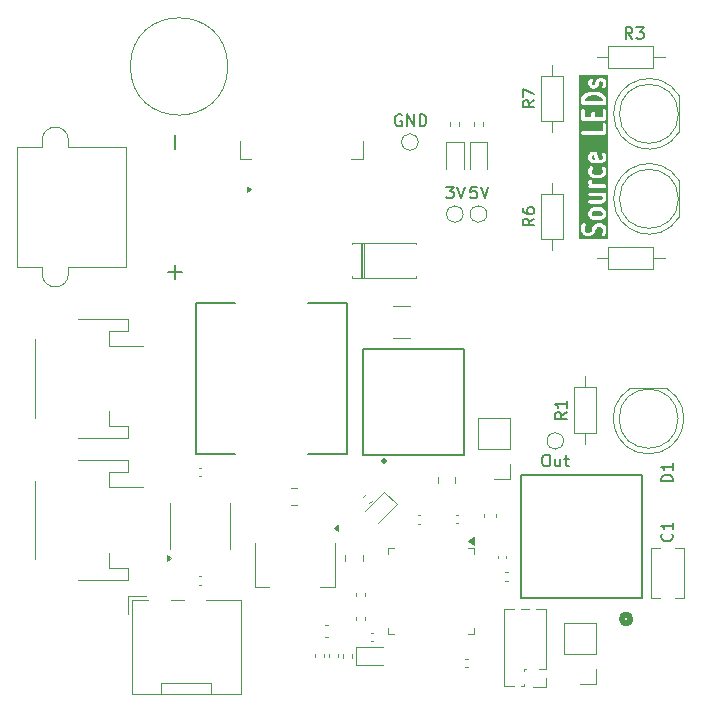
<source format=gbr>
%TF.GenerationSoftware,KiCad,Pcbnew,8.0.8*%
%TF.CreationDate,2025-02-05T17:12:45-05:00*%
%TF.ProjectId,Spectrometer V1.0,53706563-7472-46f6-9d65-746572205631,rev?*%
%TF.SameCoordinates,Original*%
%TF.FileFunction,Legend,Top*%
%TF.FilePolarity,Positive*%
%FSLAX46Y46*%
G04 Gerber Fmt 4.6, Leading zero omitted, Abs format (unit mm)*
G04 Created by KiCad (PCBNEW 8.0.8) date 2025-02-05 17:12:45*
%MOMM*%
%LPD*%
G01*
G04 APERTURE LIST*
%ADD10C,0.200000*%
%ADD11C,0.300000*%
%ADD12C,0.150000*%
%ADD13C,0.120000*%
%ADD14C,0.250000*%
%ADD15C,0.152400*%
%ADD16C,0.508000*%
G04 APERTURE END LIST*
D10*
X127493482Y-84714838D02*
X127398244Y-84667219D01*
X127398244Y-84667219D02*
X127255387Y-84667219D01*
X127255387Y-84667219D02*
X127112530Y-84714838D01*
X127112530Y-84714838D02*
X127017292Y-84810076D01*
X127017292Y-84810076D02*
X126969673Y-84905314D01*
X126969673Y-84905314D02*
X126922054Y-85095790D01*
X126922054Y-85095790D02*
X126922054Y-85238647D01*
X126922054Y-85238647D02*
X126969673Y-85429123D01*
X126969673Y-85429123D02*
X127017292Y-85524361D01*
X127017292Y-85524361D02*
X127112530Y-85619600D01*
X127112530Y-85619600D02*
X127255387Y-85667219D01*
X127255387Y-85667219D02*
X127350625Y-85667219D01*
X127350625Y-85667219D02*
X127493482Y-85619600D01*
X127493482Y-85619600D02*
X127541101Y-85571980D01*
X127541101Y-85571980D02*
X127541101Y-85238647D01*
X127541101Y-85238647D02*
X127350625Y-85238647D01*
X127969673Y-85667219D02*
X127969673Y-84667219D01*
X127969673Y-84667219D02*
X128541101Y-85667219D01*
X128541101Y-85667219D02*
X128541101Y-84667219D01*
X129017292Y-85667219D02*
X129017292Y-84667219D01*
X129017292Y-84667219D02*
X129255387Y-84667219D01*
X129255387Y-84667219D02*
X129398244Y-84714838D01*
X129398244Y-84714838D02*
X129493482Y-84810076D01*
X129493482Y-84810076D02*
X129541101Y-84905314D01*
X129541101Y-84905314D02*
X129588720Y-85095790D01*
X129588720Y-85095790D02*
X129588720Y-85238647D01*
X129588720Y-85238647D02*
X129541101Y-85429123D01*
X129541101Y-85429123D02*
X129493482Y-85524361D01*
X129493482Y-85524361D02*
X129398244Y-85619600D01*
X129398244Y-85619600D02*
X129255387Y-85667219D01*
X129255387Y-85667219D02*
X129017292Y-85667219D01*
X139660149Y-113467219D02*
X139850625Y-113467219D01*
X139850625Y-113467219D02*
X139945863Y-113514838D01*
X139945863Y-113514838D02*
X140041101Y-113610076D01*
X140041101Y-113610076D02*
X140088720Y-113800552D01*
X140088720Y-113800552D02*
X140088720Y-114133885D01*
X140088720Y-114133885D02*
X140041101Y-114324361D01*
X140041101Y-114324361D02*
X139945863Y-114419600D01*
X139945863Y-114419600D02*
X139850625Y-114467219D01*
X139850625Y-114467219D02*
X139660149Y-114467219D01*
X139660149Y-114467219D02*
X139564911Y-114419600D01*
X139564911Y-114419600D02*
X139469673Y-114324361D01*
X139469673Y-114324361D02*
X139422054Y-114133885D01*
X139422054Y-114133885D02*
X139422054Y-113800552D01*
X139422054Y-113800552D02*
X139469673Y-113610076D01*
X139469673Y-113610076D02*
X139564911Y-113514838D01*
X139564911Y-113514838D02*
X139660149Y-113467219D01*
X140945863Y-113800552D02*
X140945863Y-114467219D01*
X140517292Y-113800552D02*
X140517292Y-114324361D01*
X140517292Y-114324361D02*
X140564911Y-114419600D01*
X140564911Y-114419600D02*
X140660149Y-114467219D01*
X140660149Y-114467219D02*
X140803006Y-114467219D01*
X140803006Y-114467219D02*
X140898244Y-114419600D01*
X140898244Y-114419600D02*
X140945863Y-114371980D01*
X141279197Y-113800552D02*
X141660149Y-113800552D01*
X141422054Y-113467219D02*
X141422054Y-114324361D01*
X141422054Y-114324361D02*
X141469673Y-114419600D01*
X141469673Y-114419600D02*
X141564911Y-114467219D01*
X141564911Y-114467219D02*
X141660149Y-114467219D01*
X133845863Y-90767219D02*
X133369673Y-90767219D01*
X133369673Y-90767219D02*
X133322054Y-91243409D01*
X133322054Y-91243409D02*
X133369673Y-91195790D01*
X133369673Y-91195790D02*
X133464911Y-91148171D01*
X133464911Y-91148171D02*
X133703006Y-91148171D01*
X133703006Y-91148171D02*
X133798244Y-91195790D01*
X133798244Y-91195790D02*
X133845863Y-91243409D01*
X133845863Y-91243409D02*
X133893482Y-91338647D01*
X133893482Y-91338647D02*
X133893482Y-91576742D01*
X133893482Y-91576742D02*
X133845863Y-91671980D01*
X133845863Y-91671980D02*
X133798244Y-91719600D01*
X133798244Y-91719600D02*
X133703006Y-91767219D01*
X133703006Y-91767219D02*
X133464911Y-91767219D01*
X133464911Y-91767219D02*
X133369673Y-91719600D01*
X133369673Y-91719600D02*
X133322054Y-91671980D01*
X134179197Y-90767219D02*
X134512530Y-91767219D01*
X134512530Y-91767219D02*
X134845863Y-90767219D01*
X131274435Y-90767219D02*
X131893482Y-90767219D01*
X131893482Y-90767219D02*
X131560149Y-91148171D01*
X131560149Y-91148171D02*
X131703006Y-91148171D01*
X131703006Y-91148171D02*
X131798244Y-91195790D01*
X131798244Y-91195790D02*
X131845863Y-91243409D01*
X131845863Y-91243409D02*
X131893482Y-91338647D01*
X131893482Y-91338647D02*
X131893482Y-91576742D01*
X131893482Y-91576742D02*
X131845863Y-91671980D01*
X131845863Y-91671980D02*
X131798244Y-91719600D01*
X131798244Y-91719600D02*
X131703006Y-91767219D01*
X131703006Y-91767219D02*
X131417292Y-91767219D01*
X131417292Y-91767219D02*
X131322054Y-91719600D01*
X131322054Y-91719600D02*
X131274435Y-91671980D01*
X132179197Y-90767219D02*
X132512530Y-91767219D01*
X132512530Y-91767219D02*
X132845863Y-90767219D01*
D11*
G36*
X144405573Y-92879415D02*
G01*
X144454097Y-92918773D01*
X144504114Y-92999912D01*
X144504114Y-93123446D01*
X144454097Y-93204585D01*
X144405575Y-93243941D01*
X144281996Y-93294060D01*
X143826230Y-93294060D01*
X143702651Y-93243941D01*
X143654131Y-93204585D01*
X143604114Y-93123446D01*
X143604114Y-92999912D01*
X143654131Y-92918772D01*
X143702653Y-92879415D01*
X143826230Y-92829298D01*
X144281996Y-92829298D01*
X144405573Y-92879415D01*
G37*
G36*
X143862635Y-88496917D02*
G01*
X143740516Y-88496917D01*
X143641733Y-88456854D01*
X143604114Y-88395827D01*
X143604114Y-88202769D01*
X143641734Y-88141740D01*
X143740516Y-88101679D01*
X143765179Y-88101679D01*
X143862635Y-88496917D01*
G37*
G36*
X144182078Y-83090204D02*
G01*
X144319861Y-83146082D01*
X144444199Y-83246934D01*
X144504114Y-83392727D01*
X144504114Y-83560726D01*
X143004114Y-83560726D01*
X143004114Y-83392727D01*
X143064028Y-83246933D01*
X143188366Y-83146082D01*
X143326149Y-83090204D01*
X143640597Y-83026441D01*
X143867630Y-83026441D01*
X144182078Y-83090204D01*
G37*
G36*
X145004114Y-95184536D02*
G01*
X142504114Y-95184536D01*
X142504114Y-94208822D01*
X142704114Y-94208822D01*
X142704114Y-94556441D01*
X142706996Y-94585705D01*
X142711606Y-94596834D01*
X142713522Y-94608729D01*
X142726425Y-94635153D01*
X142812139Y-94774201D01*
X142822599Y-94787943D01*
X142824425Y-94791313D01*
X142827408Y-94794262D01*
X142829949Y-94797600D01*
X142833054Y-94799843D01*
X142845337Y-94811986D01*
X142931051Y-94881509D01*
X142940473Y-94887726D01*
X142943133Y-94890347D01*
X142949550Y-94893716D01*
X142955595Y-94897705D01*
X142959170Y-94898767D01*
X142969168Y-94904016D01*
X143140598Y-94973540D01*
X143166784Y-94981271D01*
X143167707Y-94981654D01*
X143168264Y-94981708D01*
X143168800Y-94981867D01*
X143169794Y-94981859D01*
X143196971Y-94984536D01*
X143368400Y-94984536D01*
X143395576Y-94981859D01*
X143396572Y-94981867D01*
X143397107Y-94981708D01*
X143397664Y-94981654D01*
X143398583Y-94981272D01*
X143424774Y-94973540D01*
X143596202Y-94904015D01*
X143606194Y-94898769D01*
X143609776Y-94897705D01*
X143615827Y-94893711D01*
X143622238Y-94890346D01*
X143624895Y-94887727D01*
X143634319Y-94881509D01*
X143720033Y-94811985D01*
X143732314Y-94799844D01*
X143735421Y-94797600D01*
X143737961Y-94794262D01*
X143740945Y-94791313D01*
X143742771Y-94787943D01*
X143753230Y-94774202D01*
X143838945Y-94635154D01*
X143841611Y-94629692D01*
X143843229Y-94627740D01*
X143847271Y-94618102D01*
X143851848Y-94608730D01*
X143852250Y-94606231D01*
X143854603Y-94600623D01*
X143934687Y-94340790D01*
X143996988Y-94239725D01*
X144045509Y-94200368D01*
X144169087Y-94150251D01*
X144281998Y-94150251D01*
X144405573Y-94200367D01*
X144454097Y-94239725D01*
X144504114Y-94320864D01*
X144504114Y-94596344D01*
X144429659Y-94777519D01*
X144421201Y-94805682D01*
X144421364Y-94864209D01*
X144443912Y-94918218D01*
X144485411Y-94959488D01*
X144539546Y-94981735D01*
X144598073Y-94981572D01*
X144652082Y-94959024D01*
X144693352Y-94917525D01*
X144707141Y-94891553D01*
X144792855Y-94682982D01*
X144801078Y-94655598D01*
X144801232Y-94655229D01*
X144801252Y-94655020D01*
X144801313Y-94654819D01*
X144801311Y-94654417D01*
X144804114Y-94625965D01*
X144804114Y-94278346D01*
X144801232Y-94249082D01*
X144796621Y-94237952D01*
X144794706Y-94226058D01*
X144781803Y-94199634D01*
X144696089Y-94060586D01*
X144685629Y-94046843D01*
X144683803Y-94043474D01*
X144680819Y-94040524D01*
X144678279Y-94037187D01*
X144675172Y-94034942D01*
X144662891Y-94022802D01*
X144577176Y-93953277D01*
X144567752Y-93947058D01*
X144565094Y-93944439D01*
X144558681Y-93941072D01*
X144552633Y-93937081D01*
X144549053Y-93936017D01*
X144539058Y-93930770D01*
X144367630Y-93861247D01*
X144341443Y-93853515D01*
X144340521Y-93853133D01*
X144339963Y-93853078D01*
X144339428Y-93852920D01*
X144338433Y-93852927D01*
X144311257Y-93850251D01*
X144139828Y-93850251D01*
X144112651Y-93852927D01*
X144111656Y-93852920D01*
X144111120Y-93853078D01*
X144110564Y-93853133D01*
X144109643Y-93853514D01*
X144083455Y-93861247D01*
X143912027Y-93930770D01*
X143902031Y-93936017D01*
X143898452Y-93937081D01*
X143892403Y-93941072D01*
X143885991Y-93944439D01*
X143883332Y-93947058D01*
X143873909Y-93953277D01*
X143788194Y-94022801D01*
X143775911Y-94034943D01*
X143772806Y-94037187D01*
X143770265Y-94040524D01*
X143767282Y-94043474D01*
X143765455Y-94046843D01*
X143754996Y-94060586D01*
X143669282Y-94199634D01*
X143666615Y-94205095D01*
X143664999Y-94207047D01*
X143660959Y-94216677D01*
X143656379Y-94226058D01*
X143655976Y-94228558D01*
X143653625Y-94234164D01*
X143573539Y-94493997D01*
X143511240Y-94595060D01*
X143462716Y-94634418D01*
X143339139Y-94684536D01*
X143226230Y-94684536D01*
X143102651Y-94634417D01*
X143054131Y-94595061D01*
X143004114Y-94513922D01*
X143004114Y-94238442D01*
X143078569Y-94057268D01*
X143087027Y-94029105D01*
X143086864Y-93970577D01*
X143064317Y-93916569D01*
X143022817Y-93875299D01*
X142968682Y-93853052D01*
X142910155Y-93853215D01*
X142856147Y-93875762D01*
X142814876Y-93917262D01*
X142801087Y-93943234D01*
X142715373Y-94151805D01*
X142707149Y-94179188D01*
X142706996Y-94179558D01*
X142706975Y-94179766D01*
X142706915Y-94179968D01*
X142706916Y-94180369D01*
X142704114Y-94208822D01*
X142504114Y-94208822D01*
X142504114Y-92957394D01*
X143304114Y-92957394D01*
X143304114Y-93165965D01*
X143306996Y-93195229D01*
X143311606Y-93206358D01*
X143313522Y-93218253D01*
X143326425Y-93244677D01*
X143412139Y-93383725D01*
X143422599Y-93397467D01*
X143424425Y-93400837D01*
X143427408Y-93403786D01*
X143429949Y-93407124D01*
X143433054Y-93409367D01*
X143445337Y-93421510D01*
X143531051Y-93491033D01*
X143540473Y-93497250D01*
X143543133Y-93499871D01*
X143549550Y-93503240D01*
X143555595Y-93507229D01*
X143559170Y-93508291D01*
X143569168Y-93513540D01*
X143740598Y-93583064D01*
X143766784Y-93590795D01*
X143767707Y-93591178D01*
X143768264Y-93591232D01*
X143768800Y-93591391D01*
X143769794Y-93591383D01*
X143796971Y-93594060D01*
X144311257Y-93594060D01*
X144338433Y-93591383D01*
X144339429Y-93591391D01*
X144339964Y-93591232D01*
X144340521Y-93591178D01*
X144341440Y-93590796D01*
X144367631Y-93583064D01*
X144539059Y-93513539D01*
X144549052Y-93508292D01*
X144552632Y-93507229D01*
X144558680Y-93503237D01*
X144565095Y-93499870D01*
X144567754Y-93497249D01*
X144577175Y-93491033D01*
X144662890Y-93421510D01*
X144675172Y-93409368D01*
X144678279Y-93407124D01*
X144680819Y-93403786D01*
X144683802Y-93400838D01*
X144685627Y-93397469D01*
X144696089Y-93383725D01*
X144781803Y-93244677D01*
X144794706Y-93218253D01*
X144796621Y-93206358D01*
X144801232Y-93195229D01*
X144804114Y-93165965D01*
X144804114Y-92957394D01*
X144801232Y-92928130D01*
X144796621Y-92917000D01*
X144794706Y-92905106D01*
X144781803Y-92878682D01*
X144696089Y-92739634D01*
X144685629Y-92725891D01*
X144683803Y-92722522D01*
X144680819Y-92719572D01*
X144678279Y-92716235D01*
X144675172Y-92713990D01*
X144662891Y-92701850D01*
X144577176Y-92632325D01*
X144567752Y-92626106D01*
X144565095Y-92623488D01*
X144558684Y-92620122D01*
X144552633Y-92616129D01*
X144549051Y-92615064D01*
X144539059Y-92609819D01*
X144367631Y-92540294D01*
X144341440Y-92532561D01*
X144340521Y-92532180D01*
X144339964Y-92532125D01*
X144339429Y-92531967D01*
X144338433Y-92531974D01*
X144311257Y-92529298D01*
X143796971Y-92529298D01*
X143769794Y-92531974D01*
X143768800Y-92531967D01*
X143768264Y-92532125D01*
X143767707Y-92532180D01*
X143766784Y-92532562D01*
X143740598Y-92540294D01*
X143569168Y-92609818D01*
X143559169Y-92615067D01*
X143555593Y-92616130D01*
X143549549Y-92620118D01*
X143543133Y-92623487D01*
X143540473Y-92626107D01*
X143531050Y-92632326D01*
X143445336Y-92701850D01*
X143433054Y-92713991D01*
X143429949Y-92716235D01*
X143427408Y-92719572D01*
X143424424Y-92722523D01*
X143422597Y-92725893D01*
X143412139Y-92739634D01*
X143326425Y-92878682D01*
X143313522Y-92905106D01*
X143311606Y-92917000D01*
X143306996Y-92928130D01*
X143304114Y-92957394D01*
X142504114Y-92957394D01*
X142504114Y-91398606D01*
X143306996Y-91398606D01*
X143306996Y-91457134D01*
X143329394Y-91511206D01*
X143370778Y-91552590D01*
X143424850Y-91574988D01*
X143454114Y-91577870D01*
X144429499Y-91577870D01*
X144454097Y-91597821D01*
X144504114Y-91678960D01*
X144504114Y-91802494D01*
X144466494Y-91863522D01*
X144367712Y-91903584D01*
X143454114Y-91903584D01*
X143424850Y-91906466D01*
X143370778Y-91928864D01*
X143329394Y-91970248D01*
X143306996Y-92024320D01*
X143306996Y-92082848D01*
X143329394Y-92136920D01*
X143370778Y-92178304D01*
X143424850Y-92200702D01*
X143454114Y-92203584D01*
X144396971Y-92203584D01*
X144424147Y-92200907D01*
X144425142Y-92200915D01*
X144425677Y-92200756D01*
X144426235Y-92200702D01*
X144427157Y-92200319D01*
X144453344Y-92192588D01*
X144624773Y-92123065D01*
X144628866Y-92120916D01*
X144630839Y-92120448D01*
X144633713Y-92118371D01*
X144650809Y-92109396D01*
X144663658Y-92096735D01*
X144678279Y-92086172D01*
X144689974Y-92070806D01*
X144692499Y-92068319D01*
X144693288Y-92066452D01*
X144696089Y-92062773D01*
X144781803Y-91923725D01*
X144794706Y-91897301D01*
X144796621Y-91885406D01*
X144801232Y-91874277D01*
X144804114Y-91845013D01*
X144804114Y-91636442D01*
X144801232Y-91607178D01*
X144796621Y-91596048D01*
X144794706Y-91584154D01*
X144781803Y-91557730D01*
X144762928Y-91527111D01*
X144778834Y-91511206D01*
X144801232Y-91457134D01*
X144801232Y-91398606D01*
X144778834Y-91344534D01*
X144737450Y-91303150D01*
X144683378Y-91280752D01*
X144654114Y-91277870D01*
X143454114Y-91277870D01*
X143424850Y-91280752D01*
X143370778Y-91303150D01*
X143329394Y-91344534D01*
X143306996Y-91398606D01*
X142504114Y-91398606D01*
X142504114Y-90315490D01*
X143304114Y-90315490D01*
X143304114Y-90454537D01*
X143306996Y-90483801D01*
X143311606Y-90494930D01*
X143313522Y-90506825D01*
X143326425Y-90533249D01*
X143372109Y-90607360D01*
X143370778Y-90607912D01*
X143329394Y-90649296D01*
X143306996Y-90703368D01*
X143306996Y-90761896D01*
X143329394Y-90815968D01*
X143370778Y-90857352D01*
X143424850Y-90879750D01*
X143454114Y-90882632D01*
X144654114Y-90882632D01*
X144683378Y-90879750D01*
X144737450Y-90857352D01*
X144778834Y-90815968D01*
X144801232Y-90761896D01*
X144801232Y-90703368D01*
X144778834Y-90649296D01*
X144737450Y-90607912D01*
X144683378Y-90585514D01*
X144654114Y-90582632D01*
X143826230Y-90582632D01*
X143702653Y-90532515D01*
X143654131Y-90493158D01*
X143604114Y-90412018D01*
X143604114Y-90315490D01*
X143601232Y-90286226D01*
X143578834Y-90232154D01*
X143537450Y-90190770D01*
X143483378Y-90168372D01*
X143424850Y-90168372D01*
X143370778Y-90190770D01*
X143329394Y-90232154D01*
X143306996Y-90286226D01*
X143304114Y-90315490D01*
X142504114Y-90315490D01*
X142504114Y-89342156D01*
X143304114Y-89342156D01*
X143304114Y-89620251D01*
X143306996Y-89649515D01*
X143311606Y-89660644D01*
X143313522Y-89672539D01*
X143326425Y-89698963D01*
X143412139Y-89838011D01*
X143422599Y-89851753D01*
X143424425Y-89855123D01*
X143427408Y-89858072D01*
X143429949Y-89861410D01*
X143433054Y-89863653D01*
X143445337Y-89875796D01*
X143531051Y-89945319D01*
X143540473Y-89951536D01*
X143543133Y-89954157D01*
X143549550Y-89957526D01*
X143555595Y-89961515D01*
X143559170Y-89962577D01*
X143569168Y-89967826D01*
X143740598Y-90037350D01*
X143766784Y-90045081D01*
X143767707Y-90045464D01*
X143768264Y-90045518D01*
X143768800Y-90045677D01*
X143769794Y-90045669D01*
X143796971Y-90048346D01*
X144311257Y-90048346D01*
X144338433Y-90045669D01*
X144339429Y-90045677D01*
X144339964Y-90045518D01*
X144340521Y-90045464D01*
X144341440Y-90045082D01*
X144367631Y-90037350D01*
X144539059Y-89967825D01*
X144549052Y-89962578D01*
X144552632Y-89961515D01*
X144558680Y-89957523D01*
X144565095Y-89954156D01*
X144567754Y-89951535D01*
X144577175Y-89945319D01*
X144662890Y-89875796D01*
X144675172Y-89863654D01*
X144678279Y-89861410D01*
X144680819Y-89858072D01*
X144683802Y-89855124D01*
X144685627Y-89851755D01*
X144696089Y-89838011D01*
X144781803Y-89698963D01*
X144794706Y-89672539D01*
X144796621Y-89660644D01*
X144801232Y-89649515D01*
X144804114Y-89620251D01*
X144804114Y-89342156D01*
X144801232Y-89312892D01*
X144796621Y-89301762D01*
X144794706Y-89289868D01*
X144781803Y-89263444D01*
X144696089Y-89124396D01*
X144678279Y-89100997D01*
X144630839Y-89066721D01*
X144573894Y-89053209D01*
X144516112Y-89062516D01*
X144466289Y-89093229D01*
X144432013Y-89140669D01*
X144418501Y-89197614D01*
X144427808Y-89255396D01*
X144440711Y-89281820D01*
X144504114Y-89384674D01*
X144504114Y-89577732D01*
X144454097Y-89658871D01*
X144405575Y-89698227D01*
X144281996Y-89748346D01*
X143826230Y-89748346D01*
X143702651Y-89698227D01*
X143654131Y-89658871D01*
X143604114Y-89577732D01*
X143604114Y-89384674D01*
X143667517Y-89281820D01*
X143680420Y-89255396D01*
X143689727Y-89197614D01*
X143676215Y-89140669D01*
X143641939Y-89093229D01*
X143592116Y-89062516D01*
X143534334Y-89053209D01*
X143477389Y-89066721D01*
X143429949Y-89100997D01*
X143412139Y-89124396D01*
X143326425Y-89263444D01*
X143313522Y-89289868D01*
X143311606Y-89301762D01*
X143306996Y-89312892D01*
X143304114Y-89342156D01*
X142504114Y-89342156D01*
X142504114Y-88160251D01*
X143304114Y-88160251D01*
X143304114Y-88438346D01*
X143306996Y-88467610D01*
X143311605Y-88478739D01*
X143313522Y-88490635D01*
X143326425Y-88517058D01*
X143412139Y-88656105D01*
X143414938Y-88659782D01*
X143415728Y-88661650D01*
X143418253Y-88664138D01*
X143429949Y-88679504D01*
X143444568Y-88690066D01*
X143457419Y-88702728D01*
X143474520Y-88711706D01*
X143477390Y-88713780D01*
X143479359Y-88714247D01*
X143483454Y-88716397D01*
X143654884Y-88785921D01*
X143681070Y-88793652D01*
X143681993Y-88794035D01*
X143682550Y-88794089D01*
X143683086Y-88794248D01*
X143684080Y-88794240D01*
X143711257Y-88796917D01*
X144396971Y-88796917D01*
X144424147Y-88794240D01*
X144425143Y-88794248D01*
X144425678Y-88794089D01*
X144426235Y-88794035D01*
X144427154Y-88793653D01*
X144453345Y-88785921D01*
X144624774Y-88716396D01*
X144628865Y-88714247D01*
X144630838Y-88713780D01*
X144633710Y-88711704D01*
X144650810Y-88702728D01*
X144663661Y-88690064D01*
X144678279Y-88679504D01*
X144689974Y-88664138D01*
X144692500Y-88661650D01*
X144693289Y-88659782D01*
X144696089Y-88656105D01*
X144781803Y-88517058D01*
X144794705Y-88490635D01*
X144796620Y-88478742D01*
X144801232Y-88467610D01*
X144804114Y-88438346D01*
X144804114Y-88160251D01*
X144801232Y-88130987D01*
X144796621Y-88119857D01*
X144794706Y-88107963D01*
X144781803Y-88081539D01*
X144696089Y-87942491D01*
X144678279Y-87919092D01*
X144630839Y-87884816D01*
X144573894Y-87871304D01*
X144516112Y-87880611D01*
X144466289Y-87911324D01*
X144432013Y-87958764D01*
X144418501Y-88015709D01*
X144427808Y-88073491D01*
X144440711Y-88099915D01*
X144504114Y-88202769D01*
X144504114Y-88395827D01*
X144466494Y-88456854D01*
X144367711Y-88496917D01*
X144171620Y-88496917D01*
X144028323Y-87915768D01*
X144018519Y-87888045D01*
X144011764Y-87878867D01*
X144007405Y-87868343D01*
X143994578Y-87855516D01*
X143983827Y-87840908D01*
X143974077Y-87835015D01*
X143966021Y-87826959D01*
X143949261Y-87820016D01*
X143933739Y-87810635D01*
X143922476Y-87808921D01*
X143911949Y-87804561D01*
X143882685Y-87801679D01*
X143711257Y-87801679D01*
X143684080Y-87804355D01*
X143683086Y-87804348D01*
X143682550Y-87804506D01*
X143681993Y-87804561D01*
X143681070Y-87804943D01*
X143654884Y-87812675D01*
X143483454Y-87882199D01*
X143479360Y-87884348D01*
X143477389Y-87884816D01*
X143474516Y-87886891D01*
X143457419Y-87895868D01*
X143444569Y-87908528D01*
X143429949Y-87919092D01*
X143418253Y-87934457D01*
X143415728Y-87936946D01*
X143414938Y-87938813D01*
X143412139Y-87942491D01*
X143326425Y-88081539D01*
X143313522Y-88107963D01*
X143311606Y-88119857D01*
X143306996Y-88130987D01*
X143304114Y-88160251D01*
X142504114Y-88160251D01*
X142504114Y-86184319D01*
X142706996Y-86184319D01*
X142706996Y-86242847D01*
X142729394Y-86296919D01*
X142770778Y-86338303D01*
X142824850Y-86360701D01*
X142854114Y-86363583D01*
X144654114Y-86363583D01*
X144683378Y-86360701D01*
X144737450Y-86338303D01*
X144778834Y-86296919D01*
X144801232Y-86242847D01*
X144804114Y-86213583D01*
X144804114Y-85518345D01*
X144801232Y-85489081D01*
X144778834Y-85435009D01*
X144737450Y-85393625D01*
X144683378Y-85371227D01*
X144624850Y-85371227D01*
X144570778Y-85393625D01*
X144529394Y-85435009D01*
X144506996Y-85489081D01*
X144504114Y-85518345D01*
X144504114Y-86063583D01*
X142854114Y-86063583D01*
X142824850Y-86066465D01*
X142770778Y-86088863D01*
X142729394Y-86130247D01*
X142706996Y-86184319D01*
X142504114Y-86184319D01*
X142504114Y-84336440D01*
X142704114Y-84336440D01*
X142704114Y-85031678D01*
X142706996Y-85060942D01*
X142729394Y-85115014D01*
X142770778Y-85156398D01*
X142824850Y-85178796D01*
X142854114Y-85181678D01*
X144654114Y-85181678D01*
X144683378Y-85178796D01*
X144737450Y-85156398D01*
X144778834Y-85115014D01*
X144801232Y-85060942D01*
X144804114Y-85031678D01*
X144804114Y-84336440D01*
X144801232Y-84307176D01*
X144778834Y-84253104D01*
X144737450Y-84211720D01*
X144683378Y-84189322D01*
X144624850Y-84189322D01*
X144570778Y-84211720D01*
X144529394Y-84253104D01*
X144506996Y-84307176D01*
X144504114Y-84336440D01*
X144504114Y-84881678D01*
X143861257Y-84881678D01*
X143861257Y-84545012D01*
X143858375Y-84515748D01*
X143835977Y-84461676D01*
X143794593Y-84420292D01*
X143740521Y-84397894D01*
X143681993Y-84397894D01*
X143627921Y-84420292D01*
X143586537Y-84461676D01*
X143564139Y-84515748D01*
X143561257Y-84545012D01*
X143561257Y-84881678D01*
X143004114Y-84881678D01*
X143004114Y-84336440D01*
X143001232Y-84307176D01*
X142978834Y-84253104D01*
X142937450Y-84211720D01*
X142883378Y-84189322D01*
X142824850Y-84189322D01*
X142770778Y-84211720D01*
X142729394Y-84253104D01*
X142706996Y-84307176D01*
X142704114Y-84336440D01*
X142504114Y-84336440D01*
X142504114Y-83363107D01*
X142704114Y-83363107D01*
X142704114Y-83710726D01*
X142706996Y-83739990D01*
X142729394Y-83794062D01*
X142770778Y-83835446D01*
X142824850Y-83857844D01*
X142854114Y-83860726D01*
X144654114Y-83860726D01*
X144683378Y-83857844D01*
X144737450Y-83835446D01*
X144778834Y-83794062D01*
X144801232Y-83739990D01*
X144804114Y-83710726D01*
X144804114Y-83363107D01*
X144801311Y-83334654D01*
X144801313Y-83334253D01*
X144801252Y-83334051D01*
X144801232Y-83333843D01*
X144801078Y-83333473D01*
X144792855Y-83306090D01*
X144707141Y-83097519D01*
X144693352Y-83071547D01*
X144687651Y-83065815D01*
X144683803Y-83058713D01*
X144662891Y-83038040D01*
X144491462Y-82898992D01*
X144482040Y-82892774D01*
X144479380Y-82890153D01*
X144472965Y-82886785D01*
X144466919Y-82882795D01*
X144463339Y-82881731D01*
X144453344Y-82876484D01*
X144281915Y-82806961D01*
X144268627Y-82803037D01*
X144255352Y-82798957D01*
X143912495Y-82729433D01*
X143912122Y-82729394D01*
X143911949Y-82729323D01*
X143897553Y-82727905D01*
X143883242Y-82726442D01*
X143883058Y-82726477D01*
X143882685Y-82726441D01*
X143625542Y-82726441D01*
X143625168Y-82726477D01*
X143624985Y-82726442D01*
X143610673Y-82727905D01*
X143596278Y-82729323D01*
X143596104Y-82729394D01*
X143595732Y-82729433D01*
X143252875Y-82798957D01*
X143239611Y-82803034D01*
X143226312Y-82806961D01*
X143054884Y-82876484D01*
X143044884Y-82881733D01*
X143041309Y-82882796D01*
X143035266Y-82886783D01*
X143028848Y-82890153D01*
X143026187Y-82892774D01*
X143016765Y-82898992D01*
X142845337Y-83038040D01*
X142824424Y-83058713D01*
X142820574Y-83065817D01*
X142814876Y-83071547D01*
X142801087Y-83097519D01*
X142715373Y-83306090D01*
X142707149Y-83333473D01*
X142706996Y-83333843D01*
X142706975Y-83334051D01*
X142706915Y-83334253D01*
X142706916Y-83334654D01*
X142704114Y-83363107D01*
X142504114Y-83363107D01*
X142504114Y-81903107D01*
X143304114Y-81903107D01*
X143304114Y-82111679D01*
X143306996Y-82140943D01*
X143311605Y-82152072D01*
X143313522Y-82163968D01*
X143326425Y-82190391D01*
X143412139Y-82329438D01*
X143414938Y-82333115D01*
X143415728Y-82334983D01*
X143418253Y-82337471D01*
X143429949Y-82352837D01*
X143444568Y-82363399D01*
X143457419Y-82376061D01*
X143474520Y-82385039D01*
X143477390Y-82387113D01*
X143479359Y-82387580D01*
X143483454Y-82389730D01*
X143654884Y-82459254D01*
X143681070Y-82466985D01*
X143681993Y-82467368D01*
X143682550Y-82467422D01*
X143683086Y-82467581D01*
X143684080Y-82467573D01*
X143711257Y-82470250D01*
X143796971Y-82470250D01*
X143824147Y-82467573D01*
X143825143Y-82467581D01*
X143825678Y-82467422D01*
X143826235Y-82467368D01*
X143827154Y-82466986D01*
X143853345Y-82459254D01*
X144024774Y-82389729D01*
X144028865Y-82387580D01*
X144030838Y-82387113D01*
X144033710Y-82385037D01*
X144050810Y-82376061D01*
X144063661Y-82363397D01*
X144078279Y-82352837D01*
X144089974Y-82337471D01*
X144092500Y-82334983D01*
X144093289Y-82333115D01*
X144096089Y-82329438D01*
X144181803Y-82190391D01*
X144194705Y-82163968D01*
X144196620Y-82152075D01*
X144201232Y-82140943D01*
X144204114Y-82111679D01*
X144204114Y-81945625D01*
X144241733Y-81884598D01*
X144340516Y-81844536D01*
X144367711Y-81844536D01*
X144466494Y-81884598D01*
X144504114Y-81945625D01*
X144504114Y-82138684D01*
X144440711Y-82241538D01*
X144427808Y-82267961D01*
X144418501Y-82325744D01*
X144432013Y-82382688D01*
X144466289Y-82430129D01*
X144516111Y-82460842D01*
X144573894Y-82470149D01*
X144630838Y-82456637D01*
X144678279Y-82422361D01*
X144696089Y-82398962D01*
X144781803Y-82259915D01*
X144794705Y-82233492D01*
X144796620Y-82221599D01*
X144801232Y-82210467D01*
X144804114Y-82181203D01*
X144804114Y-81903107D01*
X144801232Y-81873843D01*
X144796620Y-81862710D01*
X144794705Y-81850818D01*
X144781803Y-81824395D01*
X144696089Y-81685348D01*
X144693289Y-81681670D01*
X144692500Y-81679803D01*
X144689974Y-81677314D01*
X144678279Y-81661949D01*
X144663661Y-81651388D01*
X144650810Y-81638725D01*
X144633710Y-81629748D01*
X144630838Y-81627673D01*
X144628865Y-81627205D01*
X144624774Y-81625057D01*
X144453345Y-81555532D01*
X144427154Y-81547799D01*
X144426235Y-81547418D01*
X144425678Y-81547363D01*
X144425143Y-81547205D01*
X144424147Y-81547212D01*
X144396971Y-81544536D01*
X144311257Y-81544536D01*
X144284080Y-81547212D01*
X144283086Y-81547205D01*
X144282550Y-81547363D01*
X144281993Y-81547418D01*
X144281070Y-81547800D01*
X144254884Y-81555532D01*
X144083454Y-81625056D01*
X144079359Y-81627205D01*
X144077390Y-81627673D01*
X144074520Y-81629746D01*
X144057419Y-81638725D01*
X144044568Y-81651386D01*
X144029949Y-81661949D01*
X144018253Y-81677314D01*
X144015728Y-81679803D01*
X144014938Y-81681670D01*
X144012139Y-81685348D01*
X143926425Y-81824395D01*
X143913522Y-81850818D01*
X143911605Y-81862713D01*
X143906996Y-81873843D01*
X143904114Y-81903107D01*
X143904114Y-82069160D01*
X143866494Y-82130187D01*
X143767711Y-82170250D01*
X143740516Y-82170250D01*
X143641733Y-82130187D01*
X143604114Y-82069160D01*
X143604114Y-81945625D01*
X143667517Y-81842772D01*
X143680419Y-81816349D01*
X143689727Y-81758566D01*
X143676215Y-81701622D01*
X143641939Y-81654181D01*
X143592117Y-81623469D01*
X143534334Y-81614161D01*
X143477390Y-81627673D01*
X143429949Y-81661949D01*
X143412139Y-81685348D01*
X143326425Y-81824395D01*
X143313522Y-81850818D01*
X143311605Y-81862713D01*
X143306996Y-81873843D01*
X143304114Y-81903107D01*
X142504114Y-81903107D01*
X142504114Y-81344536D01*
X145004114Y-81344536D01*
X145004114Y-95184536D01*
G37*
D12*
X108289700Y-98571428D02*
X108289700Y-97428571D01*
X108861128Y-97999999D02*
X107718271Y-97999999D01*
X108289700Y-87571428D02*
X108289700Y-86428571D01*
X150454819Y-115738094D02*
X149454819Y-115738094D01*
X149454819Y-115738094D02*
X149454819Y-115499999D01*
X149454819Y-115499999D02*
X149502438Y-115357142D01*
X149502438Y-115357142D02*
X149597676Y-115261904D01*
X149597676Y-115261904D02*
X149692914Y-115214285D01*
X149692914Y-115214285D02*
X149883390Y-115166666D01*
X149883390Y-115166666D02*
X150026247Y-115166666D01*
X150026247Y-115166666D02*
X150216723Y-115214285D01*
X150216723Y-115214285D02*
X150311961Y-115261904D01*
X150311961Y-115261904D02*
X150407200Y-115357142D01*
X150407200Y-115357142D02*
X150454819Y-115499999D01*
X150454819Y-115499999D02*
X150454819Y-115738094D01*
X150454819Y-114214285D02*
X150454819Y-114785713D01*
X150454819Y-114499999D02*
X149454819Y-114499999D01*
X149454819Y-114499999D02*
X149597676Y-114595237D01*
X149597676Y-114595237D02*
X149692914Y-114690475D01*
X149692914Y-114690475D02*
X149740533Y-114785713D01*
X138734819Y-83476666D02*
X138258628Y-83809999D01*
X138734819Y-84048094D02*
X137734819Y-84048094D01*
X137734819Y-84048094D02*
X137734819Y-83667142D01*
X137734819Y-83667142D02*
X137782438Y-83571904D01*
X137782438Y-83571904D02*
X137830057Y-83524285D01*
X137830057Y-83524285D02*
X137925295Y-83476666D01*
X137925295Y-83476666D02*
X138068152Y-83476666D01*
X138068152Y-83476666D02*
X138163390Y-83524285D01*
X138163390Y-83524285D02*
X138211009Y-83571904D01*
X138211009Y-83571904D02*
X138258628Y-83667142D01*
X138258628Y-83667142D02*
X138258628Y-84048094D01*
X137734819Y-83143332D02*
X137734819Y-82476666D01*
X137734819Y-82476666D02*
X138734819Y-82905237D01*
X147033333Y-78264819D02*
X146700000Y-77788628D01*
X146461905Y-78264819D02*
X146461905Y-77264819D01*
X146461905Y-77264819D02*
X146842857Y-77264819D01*
X146842857Y-77264819D02*
X146938095Y-77312438D01*
X146938095Y-77312438D02*
X146985714Y-77360057D01*
X146985714Y-77360057D02*
X147033333Y-77455295D01*
X147033333Y-77455295D02*
X147033333Y-77598152D01*
X147033333Y-77598152D02*
X146985714Y-77693390D01*
X146985714Y-77693390D02*
X146938095Y-77741009D01*
X146938095Y-77741009D02*
X146842857Y-77788628D01*
X146842857Y-77788628D02*
X146461905Y-77788628D01*
X147366667Y-77264819D02*
X147985714Y-77264819D01*
X147985714Y-77264819D02*
X147652381Y-77645771D01*
X147652381Y-77645771D02*
X147795238Y-77645771D01*
X147795238Y-77645771D02*
X147890476Y-77693390D01*
X147890476Y-77693390D02*
X147938095Y-77741009D01*
X147938095Y-77741009D02*
X147985714Y-77836247D01*
X147985714Y-77836247D02*
X147985714Y-78074342D01*
X147985714Y-78074342D02*
X147938095Y-78169580D01*
X147938095Y-78169580D02*
X147890476Y-78217200D01*
X147890476Y-78217200D02*
X147795238Y-78264819D01*
X147795238Y-78264819D02*
X147509524Y-78264819D01*
X147509524Y-78264819D02*
X147414286Y-78217200D01*
X147414286Y-78217200D02*
X147366667Y-78169580D01*
X150359580Y-120166666D02*
X150407200Y-120214285D01*
X150407200Y-120214285D02*
X150454819Y-120357142D01*
X150454819Y-120357142D02*
X150454819Y-120452380D01*
X150454819Y-120452380D02*
X150407200Y-120595237D01*
X150407200Y-120595237D02*
X150311961Y-120690475D01*
X150311961Y-120690475D02*
X150216723Y-120738094D01*
X150216723Y-120738094D02*
X150026247Y-120785713D01*
X150026247Y-120785713D02*
X149883390Y-120785713D01*
X149883390Y-120785713D02*
X149692914Y-120738094D01*
X149692914Y-120738094D02*
X149597676Y-120690475D01*
X149597676Y-120690475D02*
X149502438Y-120595237D01*
X149502438Y-120595237D02*
X149454819Y-120452380D01*
X149454819Y-120452380D02*
X149454819Y-120357142D01*
X149454819Y-120357142D02*
X149502438Y-120214285D01*
X149502438Y-120214285D02*
X149550057Y-120166666D01*
X150454819Y-119214285D02*
X150454819Y-119785713D01*
X150454819Y-119499999D02*
X149454819Y-119499999D01*
X149454819Y-119499999D02*
X149597676Y-119595237D01*
X149597676Y-119595237D02*
X149692914Y-119690475D01*
X149692914Y-119690475D02*
X149740533Y-119785713D01*
X138734819Y-93476666D02*
X138258628Y-93809999D01*
X138734819Y-94048094D02*
X137734819Y-94048094D01*
X137734819Y-94048094D02*
X137734819Y-93667142D01*
X137734819Y-93667142D02*
X137782438Y-93571904D01*
X137782438Y-93571904D02*
X137830057Y-93524285D01*
X137830057Y-93524285D02*
X137925295Y-93476666D01*
X137925295Y-93476666D02*
X138068152Y-93476666D01*
X138068152Y-93476666D02*
X138163390Y-93524285D01*
X138163390Y-93524285D02*
X138211009Y-93571904D01*
X138211009Y-93571904D02*
X138258628Y-93667142D01*
X138258628Y-93667142D02*
X138258628Y-94048094D01*
X137734819Y-92619523D02*
X137734819Y-92809999D01*
X137734819Y-92809999D02*
X137782438Y-92905237D01*
X137782438Y-92905237D02*
X137830057Y-92952856D01*
X137830057Y-92952856D02*
X137972914Y-93048094D01*
X137972914Y-93048094D02*
X138163390Y-93095713D01*
X138163390Y-93095713D02*
X138544342Y-93095713D01*
X138544342Y-93095713D02*
X138639580Y-93048094D01*
X138639580Y-93048094D02*
X138687200Y-93000475D01*
X138687200Y-93000475D02*
X138734819Y-92905237D01*
X138734819Y-92905237D02*
X138734819Y-92714761D01*
X138734819Y-92714761D02*
X138687200Y-92619523D01*
X138687200Y-92619523D02*
X138639580Y-92571904D01*
X138639580Y-92571904D02*
X138544342Y-92524285D01*
X138544342Y-92524285D02*
X138306247Y-92524285D01*
X138306247Y-92524285D02*
X138211009Y-92571904D01*
X138211009Y-92571904D02*
X138163390Y-92619523D01*
X138163390Y-92619523D02*
X138115771Y-92714761D01*
X138115771Y-92714761D02*
X138115771Y-92905237D01*
X138115771Y-92905237D02*
X138163390Y-93000475D01*
X138163390Y-93000475D02*
X138211009Y-93048094D01*
X138211009Y-93048094D02*
X138306247Y-93095713D01*
X141454819Y-109856666D02*
X140978628Y-110189999D01*
X141454819Y-110428094D02*
X140454819Y-110428094D01*
X140454819Y-110428094D02*
X140454819Y-110047142D01*
X140454819Y-110047142D02*
X140502438Y-109951904D01*
X140502438Y-109951904D02*
X140550057Y-109904285D01*
X140550057Y-109904285D02*
X140645295Y-109856666D01*
X140645295Y-109856666D02*
X140788152Y-109856666D01*
X140788152Y-109856666D02*
X140883390Y-109904285D01*
X140883390Y-109904285D02*
X140931009Y-109951904D01*
X140931009Y-109951904D02*
X140978628Y-110047142D01*
X140978628Y-110047142D02*
X140978628Y-110428094D01*
X141454819Y-108904285D02*
X141454819Y-109475713D01*
X141454819Y-109189999D02*
X140454819Y-109189999D01*
X140454819Y-109189999D02*
X140597676Y-109285237D01*
X140597676Y-109285237D02*
X140692914Y-109380475D01*
X140692914Y-109380475D02*
X140740533Y-109475713D01*
D13*
%TO.C,C15*%
X126788748Y-100840000D02*
X128211252Y-100840000D01*
X126788748Y-103560000D02*
X128211252Y-103560000D01*
%TO.C,C14*%
X112770000Y-80600000D02*
G75*
G02*
X104530000Y-80600000I-4120000J0D01*
G01*
X104530000Y-80600000D02*
G75*
G02*
X112770000Y-80600000I4120000J0D01*
G01*
%TO.C,C16*%
X132035000Y-115338748D02*
X132035000Y-115861252D01*
X130565000Y-115338748D02*
X130565000Y-115861252D01*
%TO.C,R10*%
X123280000Y-130346359D02*
X123280000Y-130653641D01*
X122520000Y-130346359D02*
X122520000Y-130653641D01*
%TO.C,D8*%
X123615000Y-129765000D02*
X123615000Y-131235000D01*
X123615000Y-131235000D02*
X125900000Y-131235000D01*
X125900000Y-129765000D02*
X123615000Y-129765000D01*
%TO.C,TP4*%
X128900000Y-87000000D02*
G75*
G02*
X127500000Y-87000000I-700000J0D01*
G01*
X127500000Y-87000000D02*
G75*
G02*
X128900000Y-87000000I700000J0D01*
G01*
%TO.C,TP3*%
X141200000Y-112300000D02*
G75*
G02*
X139800000Y-112300000I-700000J0D01*
G01*
X139800000Y-112300000D02*
G75*
G02*
X141200000Y-112300000I700000J0D01*
G01*
%TO.C,TP2*%
X134700000Y-93100000D02*
G75*
G02*
X133300000Y-93100000I-700000J0D01*
G01*
X133300000Y-93100000D02*
G75*
G02*
X134700000Y-93100000I700000J0D01*
G01*
%TO.C,TP1*%
X132700000Y-93100000D02*
G75*
G02*
X131300000Y-93100000I-700000J0D01*
G01*
X131300000Y-93100000D02*
G75*
G02*
X132700000Y-93100000I700000J0D01*
G01*
%TO.C,R9*%
X124977341Y-117360060D02*
X124760060Y-117577341D01*
X124439940Y-116822659D02*
X124222659Y-117039940D01*
%TO.C,D7*%
X125454038Y-119285409D02*
X127069777Y-117669670D01*
X126030330Y-116630223D02*
X124414591Y-118245962D01*
X127069777Y-117669670D02*
X126030330Y-116630223D01*
%TO.C,C4*%
X129087836Y-118580000D02*
X128872164Y-118580000D01*
X129087836Y-119300000D02*
X128872164Y-119300000D01*
%TO.C,U2*%
X126370000Y-121390000D02*
X126820000Y-121390000D01*
X126370000Y-121840000D02*
X126370000Y-121390000D01*
X126370000Y-128160000D02*
X126370000Y-128610000D01*
X126370000Y-128610000D02*
X126820000Y-128610000D01*
X133590000Y-121390000D02*
X133140000Y-121390000D01*
X133590000Y-121840000D02*
X133590000Y-121390000D01*
X133590000Y-128160000D02*
X133590000Y-128610000D01*
X133590000Y-128610000D02*
X133140000Y-128610000D01*
X133610000Y-121140000D02*
X133140000Y-120800000D01*
X133610000Y-120460000D01*
X133610000Y-121140000D01*
G36*
X133610000Y-121140000D02*
G01*
X133140000Y-120800000D01*
X133610000Y-120460000D01*
X133610000Y-121140000D01*
G37*
D10*
%TO.C,L2*%
X124250000Y-113500000D02*
X124250000Y-104500000D01*
X132750000Y-104500000D02*
X124250000Y-104500000D01*
X132750000Y-113500000D02*
X124250000Y-113500000D01*
X132750000Y-113500000D02*
X132750000Y-104500000D01*
D14*
X126125000Y-114000000D02*
G75*
G02*
X125875000Y-114000000I-125000J0D01*
G01*
X125875000Y-114000000D02*
G75*
G02*
X126125000Y-114000000I125000J0D01*
G01*
D13*
%TO.C,J7*%
X94965000Y-87440000D02*
X97065000Y-87440000D01*
X94965000Y-97560000D02*
X94965000Y-87440000D01*
X94965000Y-97560000D02*
X97065000Y-97560000D01*
X97065000Y-87440000D02*
X97065000Y-86850000D01*
X97065000Y-98150000D02*
X97065000Y-97560000D01*
X99285000Y-87440000D02*
X99285000Y-86850000D01*
X99285000Y-87440000D02*
X104185000Y-87440000D01*
X99285000Y-97560000D02*
X104185000Y-97560000D01*
X99285000Y-98150000D02*
X99285000Y-97560000D01*
X104185000Y-97560000D02*
X104185000Y-87440000D01*
X97065000Y-86850000D02*
G75*
G02*
X99285000Y-86850000I1110000J0D01*
G01*
X99285000Y-98150000D02*
G75*
G02*
X97065000Y-98150000I-1110000J0D01*
G01*
%TO.C,C6*%
X133107836Y-130760000D02*
X132892164Y-130760000D01*
X133107836Y-131480000D02*
X132892164Y-131480000D01*
%TO.C,U3*%
X107845000Y-119525000D02*
X107845000Y-117575000D01*
X107845000Y-119525000D02*
X107845000Y-121475000D01*
X112965000Y-119525000D02*
X112965000Y-117575000D01*
X112965000Y-119525000D02*
X112965000Y-121475000D01*
X107940000Y-122225000D02*
X107610000Y-122465000D01*
X107610000Y-121985000D01*
X107940000Y-122225000D01*
G36*
X107940000Y-122225000D02*
G01*
X107610000Y-122465000D01*
X107610000Y-121985000D01*
X107940000Y-122225000D01*
G37*
%TO.C,J4*%
X96490000Y-103660000D02*
X96490000Y-110340000D01*
X100060000Y-101940000D02*
X104310000Y-101940000D01*
X100060000Y-112060000D02*
X104310000Y-112060000D01*
X102710000Y-102960000D02*
X102710000Y-104240000D01*
X102710000Y-104240000D02*
X105600000Y-104240000D01*
X102710000Y-111040000D02*
X102710000Y-109760000D01*
X104310000Y-101940000D02*
X104310000Y-102960000D01*
X104310000Y-102960000D02*
X102710000Y-102960000D01*
X104310000Y-111040000D02*
X102710000Y-111040000D01*
X104310000Y-112060000D02*
X104310000Y-111040000D01*
%TO.C,D6*%
X150990000Y-93355000D02*
X150990000Y-90265000D01*
X145440000Y-91809952D02*
G75*
G02*
X150990000Y-90265170I2990000J-48D01*
G01*
X150990000Y-93354830D02*
G75*
G02*
X145440000Y-91810048I-2560000J1544830D01*
G01*
X150930000Y-91810000D02*
G75*
G02*
X145930000Y-91810000I-2500000J0D01*
G01*
X145930000Y-91810000D02*
G75*
G02*
X150930000Y-91810000I2500000J0D01*
G01*
%TO.C,D1*%
X149945000Y-107860000D02*
X146855000Y-107860000D01*
X148400462Y-113410000D02*
G75*
G02*
X146855170Y-107860000I-462J2990000D01*
G01*
X149944830Y-107860000D02*
G75*
G02*
X148399538Y-113410000I-1544830J-2560000D01*
G01*
X150900000Y-110420000D02*
G75*
G02*
X145900000Y-110420000I-2500000J0D01*
G01*
X145900000Y-110420000D02*
G75*
G02*
X150900000Y-110420000I2500000J0D01*
G01*
%TO.C,R7*%
X139280000Y-81390000D02*
X139280000Y-85230000D01*
X139280000Y-85230000D02*
X141120000Y-85230000D01*
X140200000Y-80440000D02*
X140200000Y-81390000D01*
X140200000Y-86180000D02*
X140200000Y-85230000D01*
X141120000Y-81390000D02*
X139280000Y-81390000D01*
X141120000Y-85230000D02*
X141120000Y-81390000D01*
%TO.C,R2*%
X136226359Y-123420000D02*
X136533641Y-123420000D01*
X136226359Y-124180000D02*
X136533641Y-124180000D01*
%TO.C,C2*%
X134490000Y-118740580D02*
X134490000Y-118459420D01*
X135510000Y-118740580D02*
X135510000Y-118459420D01*
%TO.C,C17*%
X118138748Y-116265000D02*
X118661252Y-116265000D01*
X118138748Y-117735000D02*
X118661252Y-117735000D01*
%TO.C,R3*%
X144020000Y-79810000D02*
X144970000Y-79810000D01*
X144970000Y-78890000D02*
X144970000Y-80730000D01*
X144970000Y-80730000D02*
X148810000Y-80730000D01*
X148810000Y-78890000D02*
X144970000Y-78890000D01*
X148810000Y-80730000D02*
X148810000Y-78890000D01*
X149760000Y-79810000D02*
X148810000Y-79810000D01*
%TO.C,R4*%
X133620000Y-85616141D02*
X133620000Y-85308859D01*
X134380000Y-85616141D02*
X134380000Y-85308859D01*
%TO.C,C10*%
X121373750Y-130372164D02*
X121373750Y-130587836D01*
X122093750Y-130372164D02*
X122093750Y-130587836D01*
%TO.C,FB1*%
X121296529Y-127890000D02*
X120970971Y-127890000D01*
X121296529Y-128910000D02*
X120970971Y-128910000D01*
D15*
%TO.C,L1*%
X110124600Y-100624600D02*
X110124600Y-113375400D01*
X110124600Y-113375400D02*
X113411360Y-113375400D01*
X113411360Y-100624600D02*
X110124600Y-100624600D01*
X119588640Y-113375400D02*
X122875400Y-113375400D01*
X122875400Y-100624600D02*
X119588640Y-100624600D01*
X122875400Y-113375400D02*
X122875400Y-100624600D01*
D13*
%TO.C,J3*%
X136200000Y-133045000D02*
X136200000Y-126575000D01*
X137022470Y-126575000D02*
X136200000Y-126575000D01*
X137022470Y-133045000D02*
X136200000Y-133045000D01*
X137840000Y-131643471D02*
X137840000Y-131786529D01*
X137840000Y-132913471D02*
X137840000Y-133045000D01*
X137840000Y-133045000D02*
X137637530Y-133045000D01*
X138036529Y-131590000D02*
X137893471Y-131590000D01*
X138292470Y-126575000D02*
X137637530Y-126575000D01*
X139730000Y-126575000D02*
X138907530Y-126575000D01*
X139730000Y-131590000D02*
X139163471Y-131590000D01*
X139730000Y-131590000D02*
X139730000Y-126575000D01*
X139730000Y-132350000D02*
X139730000Y-133110000D01*
X139730000Y-133110000D02*
X138600000Y-133110000D01*
%TO.C,U4*%
X113800000Y-86950000D02*
X113800000Y-88450000D01*
X113800000Y-88450000D02*
X114750000Y-88450000D01*
X124200000Y-86950000D02*
X124200000Y-88450000D01*
X124200000Y-88450000D02*
X123250000Y-88450000D01*
X114750000Y-91012500D02*
X114420000Y-91252500D01*
X114420000Y-90772500D01*
X114750000Y-91012500D01*
G36*
X114750000Y-91012500D02*
G01*
X114420000Y-91252500D01*
X114420000Y-90772500D01*
X114750000Y-91012500D01*
G37*
D15*
%TO.C,U1*%
X137563100Y-115188100D02*
X137563100Y-125602100D01*
X137563100Y-125602100D02*
X147817100Y-125602100D01*
X147817100Y-115188100D02*
X137563100Y-115188100D01*
X147817100Y-125602100D02*
X147817100Y-115188100D01*
D16*
X146881100Y-127380100D02*
G75*
G02*
X146119100Y-127380100I-381000J0D01*
G01*
X146119100Y-127380100D02*
G75*
G02*
X146881100Y-127380100I381000J0D01*
G01*
D13*
%TO.C,J6*%
X104340000Y-125440000D02*
X105840000Y-125440000D01*
X104340000Y-126940000D02*
X104340000Y-125440000D01*
X104640000Y-125740000D02*
X104640000Y-133760000D01*
X104640000Y-133760000D02*
X113860000Y-133760000D01*
X106040000Y-125740000D02*
X104640000Y-125740000D01*
X107110000Y-132760000D02*
X111390000Y-132760000D01*
X107110000Y-133760000D02*
X107110000Y-132760000D01*
X107960000Y-125740000D02*
X109040000Y-125740000D01*
X111390000Y-132760000D02*
X111390000Y-133760000D01*
X113860000Y-125740000D02*
X110960000Y-125740000D01*
X113860000Y-133760000D02*
X113860000Y-125740000D01*
%TO.C,D2*%
X150990000Y-86155000D02*
X150990000Y-83065000D01*
X145440000Y-84610462D02*
G75*
G02*
X150990000Y-83065170I2990000J462D01*
G01*
X150990000Y-86154830D02*
G75*
G02*
X145440000Y-84609538I-2560000J1544830D01*
G01*
X150930000Y-84610000D02*
G75*
G02*
X145930000Y-84610000I-2500000J0D01*
G01*
X145930000Y-84610000D02*
G75*
G02*
X150930000Y-84610000I2500000J0D01*
G01*
%TO.C,U5*%
X115040000Y-120950000D02*
X115040000Y-124710000D01*
X115040000Y-124710000D02*
X116300000Y-124710000D01*
X121860000Y-120950000D02*
X121860000Y-124710000D01*
X121860000Y-124710000D02*
X120600000Y-124710000D01*
X122090000Y-119910000D02*
X121760000Y-119670000D01*
X122090000Y-119430000D01*
X122090000Y-119910000D01*
G36*
X122090000Y-119910000D02*
G01*
X121760000Y-119670000D01*
X122090000Y-119430000D01*
X122090000Y-119910000D01*
G37*
%TO.C,C5*%
X132307836Y-118560000D02*
X132092164Y-118560000D01*
X132307836Y-119280000D02*
X132092164Y-119280000D01*
%TO.C,C11*%
X120173750Y-130372164D02*
X120173750Y-130587836D01*
X120893750Y-130372164D02*
X120893750Y-130587836D01*
%TO.C,R8*%
X144020000Y-96810000D02*
X144970000Y-96810000D01*
X144970000Y-95890000D02*
X144970000Y-97730000D01*
X144970000Y-97730000D02*
X148810000Y-97730000D01*
X148810000Y-95890000D02*
X144970000Y-95890000D01*
X148810000Y-97730000D02*
X148810000Y-95890000D01*
X149760000Y-96810000D02*
X148810000Y-96810000D01*
%TO.C,C9*%
X123640000Y-127212164D02*
X123640000Y-127427836D01*
X124360000Y-127212164D02*
X124360000Y-127427836D01*
%TO.C,C18*%
X122715000Y-122511252D02*
X122715000Y-121988748D01*
X124185000Y-122511252D02*
X124185000Y-121988748D01*
%TO.C,C1*%
X148630000Y-121380000D02*
X148630000Y-125620000D01*
X149335000Y-121380000D02*
X148630000Y-121380000D01*
X149335000Y-125620000D02*
X148630000Y-125620000D01*
X151370000Y-121380000D02*
X150665000Y-121380000D01*
X151370000Y-121380000D02*
X151370000Y-125620000D01*
X151370000Y-125620000D02*
X150665000Y-125620000D01*
%TO.C,D3*%
X123280000Y-95530000D02*
X128720000Y-95530000D01*
X123280000Y-95660000D02*
X123280000Y-95530000D01*
X123280000Y-98340000D02*
X123280000Y-98470000D01*
X123280000Y-98470000D02*
X128720000Y-98470000D01*
X124060000Y-95530000D02*
X124060000Y-98470000D01*
X124180000Y-95530000D02*
X124180000Y-98470000D01*
X124300000Y-95530000D02*
X124300000Y-98470000D01*
X128720000Y-95530000D02*
X128720000Y-95660000D01*
X128720000Y-98470000D02*
X128720000Y-98340000D01*
%TO.C,J1*%
X133970000Y-112970000D02*
X133970000Y-110370000D01*
X136630000Y-110370000D02*
X133970000Y-110370000D01*
X136630000Y-112970000D02*
X133970000Y-112970000D01*
X136630000Y-112970000D02*
X136630000Y-110370000D01*
X136630000Y-114240000D02*
X136630000Y-115570000D01*
X136630000Y-115570000D02*
X135300000Y-115570000D01*
%TO.C,C8*%
X125107836Y-128560000D02*
X124892164Y-128560000D01*
X125107836Y-129280000D02*
X124892164Y-129280000D01*
%TO.C,D4*%
X133265000Y-86977500D02*
X133265000Y-89262500D01*
X134735000Y-86977500D02*
X133265000Y-86977500D01*
X134735000Y-89262500D02*
X134735000Y-86977500D01*
%TO.C,R5*%
X131620000Y-85626141D02*
X131620000Y-85318859D01*
X132380000Y-85626141D02*
X132380000Y-85318859D01*
%TO.C,C12*%
X110512836Y-123765000D02*
X110297164Y-123765000D01*
X110512836Y-124485000D02*
X110297164Y-124485000D01*
%TO.C,R6*%
X139280000Y-91390000D02*
X139280000Y-95230000D01*
X139280000Y-95230000D02*
X141120000Y-95230000D01*
X140200000Y-90440000D02*
X140200000Y-91390000D01*
X140200000Y-96180000D02*
X140200000Y-95230000D01*
X141120000Y-91390000D02*
X139280000Y-91390000D01*
X141120000Y-95230000D02*
X141120000Y-91390000D01*
%TO.C,J2*%
X141270000Y-130305000D02*
X141270000Y-127705000D01*
X143930000Y-127705000D02*
X141270000Y-127705000D01*
X143930000Y-130305000D02*
X141270000Y-130305000D01*
X143930000Y-130305000D02*
X143930000Y-127705000D01*
X143930000Y-131575000D02*
X143930000Y-132905000D01*
X143930000Y-132905000D02*
X142600000Y-132905000D01*
%TO.C,R1*%
X142080000Y-107770000D02*
X142080000Y-111610000D01*
X142080000Y-111610000D02*
X143920000Y-111610000D01*
X143000000Y-106820000D02*
X143000000Y-107770000D01*
X143000000Y-112560000D02*
X143000000Y-111610000D01*
X143920000Y-107770000D02*
X142080000Y-107770000D01*
X143920000Y-111610000D02*
X143920000Y-107770000D01*
%TO.C,C3*%
X135620000Y-122012164D02*
X135620000Y-122227836D01*
X136340000Y-122012164D02*
X136340000Y-122227836D01*
%TO.C,D5*%
X131265000Y-86997500D02*
X131265000Y-89282500D01*
X132735000Y-86997500D02*
X131265000Y-86997500D01*
X132735000Y-89282500D02*
X132735000Y-86997500D01*
%TO.C,C7*%
X123640000Y-125427836D02*
X123640000Y-125212164D01*
X124360000Y-125427836D02*
X124360000Y-125212164D01*
%TO.C,C13*%
X110512836Y-114565000D02*
X110297164Y-114565000D01*
X110512836Y-115285000D02*
X110297164Y-115285000D01*
%TO.C,J5*%
X96490000Y-115660000D02*
X96490000Y-122340000D01*
X100060000Y-113940000D02*
X104310000Y-113940000D01*
X100060000Y-124060000D02*
X104310000Y-124060000D01*
X102710000Y-114960000D02*
X102710000Y-116240000D01*
X102710000Y-116240000D02*
X105600000Y-116240000D01*
X102710000Y-123040000D02*
X102710000Y-121760000D01*
X104310000Y-113940000D02*
X104310000Y-114960000D01*
X104310000Y-114960000D02*
X102710000Y-114960000D01*
X104310000Y-123040000D02*
X102710000Y-123040000D01*
X104310000Y-124060000D02*
X104310000Y-123040000D01*
%TD*%
M02*

</source>
